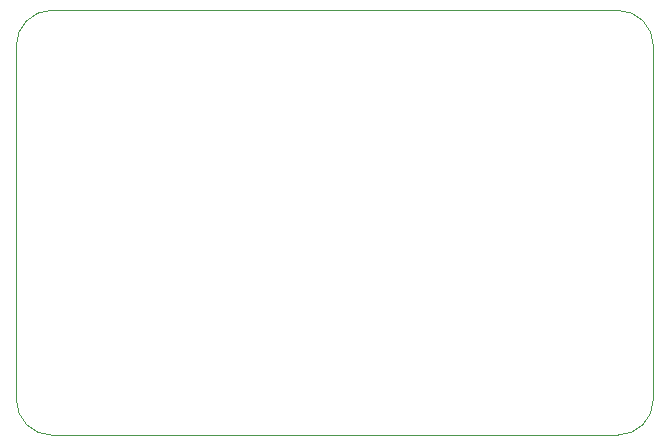
<source format=gbr>
%TF.GenerationSoftware,KiCad,Pcbnew,8.0.5*%
%TF.CreationDate,2024-11-08T16:32:20+02:00*%
%TF.ProjectId,FirstTrace,46697273-7454-4726-9163-652e6b696361,1.0*%
%TF.SameCoordinates,Original*%
%TF.FileFunction,Profile,NP*%
%FSLAX46Y46*%
G04 Gerber Fmt 4.6, Leading zero omitted, Abs format (unit mm)*
G04 Created by KiCad (PCBNEW 8.0.5) date 2024-11-08 16:32:20*
%MOMM*%
%LPD*%
G01*
G04 APERTURE LIST*
%TA.AperFunction,Profile*%
%ADD10C,0.050000*%
%TD*%
G04 APERTURE END LIST*
D10*
X136480000Y-117840000D02*
G75*
G02*
X133480000Y-114840000I0J3000000D01*
G01*
X133480000Y-84880000D02*
X133480000Y-114840000D01*
X133480000Y-84880000D02*
G75*
G02*
X136480000Y-81880000I3000000J0D01*
G01*
X184420000Y-81880000D02*
G75*
G02*
X187420000Y-84880000I0J-3000000D01*
G01*
X136480000Y-81880000D02*
X184420000Y-81880000D01*
X136480000Y-117840000D02*
X184420000Y-117840000D01*
X187420000Y-114840000D02*
G75*
G02*
X184420000Y-117840000I-3000000J0D01*
G01*
X187420000Y-84880000D02*
X187420000Y-114840000D01*
M02*

</source>
